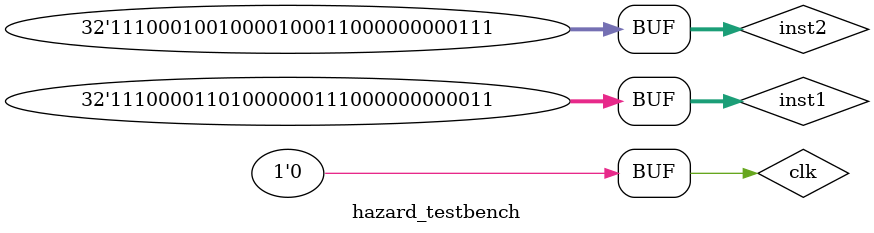
<source format=v>

module hazard(
	input wire [31:0] inst1, inst2, // inst2 should be the first inst read
	output wire haz				 	  // inst1 is the second 
	);
	
	wire b1, b2, l1, l2, t1, t2, s1, s2, ldr1, ldr2, str1, str2, p1, p2, u1, u2, bit1, bit2, w1, w2;
	wire [23:0] offset1, offset2;
	wire [3:0] cond1, cond2, op1, op2, rn1, rn2, rd1, rd2, rm1, rm2;
	wire [11:0] operand1, operand2;
	wire [31:0] branchimm1, branchimm2;
	// temp haz flag
	reg thaz;
	
	assign haz = thaz;
	
	decode decoder1(inst2, b1, l1, t1, s1, ldr1, str1, p1, u1, bit1, w1, offset1, cond1, op1, rn1, rd1, rm1, operand1, branchimm1);
	decode decoder2(inst1, b2, l2, t2, s2, ldr2, str2, p2, u2, bit2, w2, offset2, cond2, op2, rn2, rd2, rm2, operand2, branchimm2);
	
	
	always @(*) begin	
		
		// op1 is EOR, SUB, ADD, ORR, MOV, BIC, MVN
		if (ldr1 || op1 == 4'b0001 || op1 == 4'b0010 || op1 == 4'b0100 || op1 == 4'b1100 ||
						op1 == 4'b1101 || op1 == 4'b1110 ||op1 == 4'b1111) begin
			
			// op2 is rd, rn, rm || rn, rm || rd, rm
			if (ldr2 || op2 == 4'b0001 || op2 == 4'b0010 || op2 == 4'b0100 || op2 == 4'b1100 || 
							op2 == 4'b1110 || op2 == 4'b1000 || op2 == 4'b1001 || op2 == 4'b1111 || 
							op2 == 4'b1101 ||op2 == 4'b1111) begin
				// set hazard to true
				if (rd1 == rn2 || ( (!t2) && rd1 == rm2)) 
					thaz = 1'b1; 
				else 
					thaz = 1'b0;
			end else if (str2 && (rd1 == rd2)) // handle when str2 is true 
				thaz = 1'b1;
			else
				thaz = 1'b0;
		end else begin
			thaz = 1'b0;
		end
	end
endmodule 

module hazard_testbench();
	reg clk;
	reg [31:0] inst1, inst2;
	wire haz;
	
	hazard dut(inst1, inst2, haz);
	
	// Set up the clock.
	always begin
		clk = 1; #2; clk = 0; #2;
	end

	// Set up the inputs to the design. Each line is a clock cycle.
	initial begin
																																		#4;
		// add r0, r4, #0											// sub r2, r3, #7						flag = 0
		inst1 <= 32'b11100010100001000000000000000000;	inst2 <= 32'b11100010010000110010000000000111; 	#4;
		// add r0, r4, #1											// sub r4, r3, #7						flag = 1
		inst1 <= 32'b11100010100001000000000000000001;	inst2 <= 32'b11100010010000110100000000000111; 	#4;
		// add r0, r4, #9											// sub r2, r3, #7						flag = 0
		inst1 <= 32'b11100010100001000000000000001001;	inst2 <= 32'b11100010010000110010000000000111; 	#4;
		// sub r2, r3, r7											// add r7, r4, #1						flag = 1
		inst1 <= 32'b11100000010000110010000000000111;	inst2 <= 32'b11100010100001000111000000000001; 	#4;
		// add r0, r4, #9											// MOV r7, r3							flag = 0
		inst1 <= 32'b11100010100001000000000000001001;	inst2 <= 32'b11100001101000000111000000000011; 	#4;
		// sub r2, r3, r7											// MOV r7, r3							flag = 1
		inst1 <= 32'b11100000010000110010000000000111;	inst2 <= 32'b11100001101000000111000000000011; 	#4;
		// add r0, r4, #0											// sub r2, r3, #7						flag = 0
		inst1 <= 32'b11100010100001000000000000000000;	inst2 <= 32'b11100010010000110010000000000111; 	#4;
		// MOV r7, r3												// sub r3, r2, #7						flag = 1
		inst1 <= 32'b11100001101000000111000000000011;	inst2 <= 32'b11100010010000100011000000000111; 	#4;
		
//		// MOV r7, r3												// LDR r5, [r2]						flag = 0
//		inst1 <= 32'b11100001101000000111000000000011;	inst2 <= 32'b11100110001100100101000000000000; 	#4;
//		// MOV r7, r5												// LDR r5, [r2]						flag = 1
//		inst1 <= 32'b11100001101000000111000000000101;	inst2 <= 32'b11100110001100100101000000000000; 	#4;
//		// add r5, r4, #0											// STR r5, [r2]						flag = 0
//		inst1 <= 32'b11100010100001000101000000000000;	inst2 <= 32'b11100110001000100101000000000000; 	#4;
//		// STR r5, [r2]											// add r5, r4, #0						flag = 1
//		inst1 <= 32'b11100110001000100101000000000000;	inst2 <= 32'b11100010100001000101000000000000; 	#4;
												// 000000000000											// 000000000000
																					  //1110 00 1 0100 0 0100 0101 000000000000
	end
endmodule

</source>
